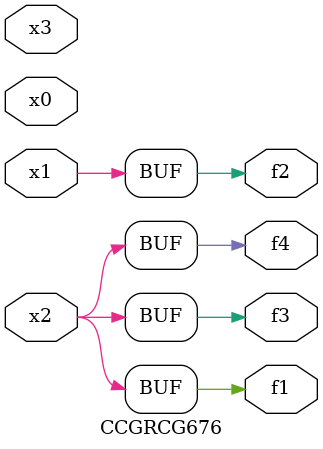
<source format=v>
module CCGRCG676(
	input x0, x1, x2, x3,
	output f1, f2, f3, f4
);
	assign f1 = x2;
	assign f2 = x1;
	assign f3 = x2;
	assign f4 = x2;
endmodule

</source>
